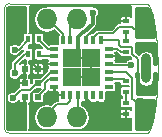
<source format=gbl>
G04 #@! TF.FileFunction,Copper,L2,Bot,Signal*
%FSLAX46Y46*%
G04 Gerber Fmt 4.6, Leading zero omitted, Abs format (unit mm)*
G04 Created by KiCad (PCBNEW 4.0.2+e4-6225~38~ubuntu14.04.1-stable) date Wed Aug  3 13:30:16 2016*
%MOMM*%
G01*
G04 APERTURE LIST*
%ADD10C,0.350000*%
%ADD11C,0.050000*%
%ADD12R,1.727200X2.032000*%
%ADD13O,1.727200X1.727200*%
%ADD14R,0.600000X0.400000*%
%ADD15R,0.600000X0.500000*%
%ADD16R,0.400000X0.600000*%
%ADD17R,0.750000X0.300000*%
%ADD18R,0.300000X0.750000*%
%ADD19R,1.600000X1.600000*%
%ADD20C,0.600000*%
%ADD21C,0.300000*%
%ADD22C,0.152400*%
%ADD23C,0.254000*%
%ADD24C,0.300000*%
%ADD25O,0.799999X2.499999*%
G04 APERTURE END LIST*
D10*
D11*
X17450000Y-18000000D02*
G75*
G03X17000000Y-18470000I10000J-460000D01*
G01*
X17000000Y-28550000D02*
G75*
G03X17470000Y-29000000I460000J10000D01*
G01*
X17000000Y-18480000D02*
X17000000Y-28530000D01*
X29000000Y-18000000D02*
X17460000Y-18000000D01*
X17460000Y-29000000D02*
X29000000Y-29000000D01*
X30000000Y-23500000D02*
X30000000Y-23370000D01*
X30000000Y-23370000D02*
X30000000Y-23230000D01*
X30000000Y-23230000D02*
X30000000Y-23100000D01*
X30000000Y-23100000D02*
X30000000Y-22960000D01*
X30000000Y-22960000D02*
X29990000Y-22830000D01*
X29990000Y-22830000D02*
X29990000Y-22690000D01*
X29990000Y-22690000D02*
X29990000Y-22560000D01*
X29990000Y-22560000D02*
X29980000Y-22430000D01*
X29980000Y-22430000D02*
X29980000Y-22290000D01*
X29980000Y-22290000D02*
X29970000Y-22160000D01*
X29970000Y-22160000D02*
X29960000Y-22030000D01*
X29960000Y-22030000D02*
X29960000Y-21900000D01*
X29960000Y-21900000D02*
X29950000Y-21770000D01*
X29950000Y-21770000D02*
X29940000Y-21650000D01*
X29940000Y-21650000D02*
X29930000Y-21520000D01*
X29930000Y-21520000D02*
X29920000Y-21400000D01*
X29920000Y-21400000D02*
X29910000Y-21270000D01*
X29910000Y-21270000D02*
X29900000Y-21150000D01*
X29900000Y-21150000D02*
X29890000Y-21030000D01*
X29890000Y-21030000D02*
X29880000Y-20910000D01*
X29880000Y-20910000D02*
X29870000Y-20790000D01*
X29870000Y-20790000D02*
X29860000Y-20670000D01*
X29860000Y-20670000D02*
X29840000Y-20560000D01*
X29840000Y-20560000D02*
X29830000Y-20440000D01*
X29830000Y-20440000D02*
X29820000Y-20330000D01*
X29820000Y-20330000D02*
X29800000Y-20220000D01*
X29800000Y-20220000D02*
X29790000Y-20120000D01*
X29790000Y-20120000D02*
X29770000Y-20010000D01*
X29770000Y-20010000D02*
X29760000Y-19910000D01*
X29760000Y-19910000D02*
X29740000Y-19810000D01*
X29740000Y-19810000D02*
X29720000Y-19710000D01*
X29720000Y-19710000D02*
X29710000Y-19610000D01*
X29710000Y-19610000D02*
X29690000Y-19520000D01*
X29690000Y-19520000D02*
X29670000Y-19420000D01*
X29670000Y-19420000D02*
X29650000Y-19340000D01*
X29650000Y-19340000D02*
X29630000Y-19250000D01*
X29630000Y-19250000D02*
X29620000Y-19160000D01*
X29620000Y-19160000D02*
X29600000Y-19080000D01*
X29600000Y-19080000D02*
X29580000Y-19000000D01*
X29580000Y-19000000D02*
X29560000Y-18930000D01*
X29560000Y-18930000D02*
X29530000Y-18850000D01*
X29530000Y-18850000D02*
X29510000Y-18780000D01*
X29510000Y-18780000D02*
X29490000Y-18710000D01*
X29490000Y-18710000D02*
X29470000Y-18650000D01*
X29470000Y-18650000D02*
X29450000Y-18590000D01*
X29450000Y-18590000D02*
X29430000Y-18530000D01*
X29430000Y-18530000D02*
X29410000Y-18470000D01*
X29410000Y-18470000D02*
X29380000Y-18420000D01*
X29380000Y-18420000D02*
X29360000Y-18370000D01*
X29360000Y-18370000D02*
X29340000Y-18320000D01*
X29340000Y-18320000D02*
X29310000Y-18280000D01*
X29310000Y-18280000D02*
X29290000Y-18240000D01*
X29290000Y-18240000D02*
X29270000Y-18200000D01*
X29270000Y-18200000D02*
X29240000Y-18160000D01*
X29240000Y-18160000D02*
X29220000Y-18130000D01*
X29220000Y-18130000D02*
X29200000Y-18110000D01*
X29200000Y-18110000D02*
X29170000Y-18080000D01*
X29170000Y-18080000D02*
X29150000Y-18060000D01*
X29150000Y-18060000D02*
X29120000Y-18040000D01*
X29120000Y-18040000D02*
X29100000Y-18030000D01*
X29100000Y-18030000D02*
X29070000Y-18010000D01*
X29070000Y-18010000D02*
X29050000Y-18010000D01*
X29050000Y-18010000D02*
X29020000Y-18000000D01*
X29020000Y-18000000D02*
X29000000Y-18000000D01*
X29000000Y-29000000D02*
X29020000Y-29000000D01*
X29020000Y-29000000D02*
X29050000Y-28990000D01*
X29050000Y-28990000D02*
X29070000Y-28990000D01*
X29070000Y-28990000D02*
X29100000Y-28970000D01*
X29100000Y-28970000D02*
X29120000Y-28960000D01*
X29120000Y-28960000D02*
X29150000Y-28940000D01*
X29150000Y-28940000D02*
X29170000Y-28920000D01*
X29170000Y-28920000D02*
X29200000Y-28890000D01*
X29200000Y-28890000D02*
X29220000Y-28870000D01*
X29220000Y-28870000D02*
X29240000Y-28840000D01*
X29240000Y-28840000D02*
X29270000Y-28800000D01*
X29270000Y-28800000D02*
X29290000Y-28760000D01*
X29290000Y-28760000D02*
X29310000Y-28720000D01*
X29310000Y-28720000D02*
X29340000Y-28680000D01*
X29340000Y-28680000D02*
X29360000Y-28630000D01*
X29360000Y-28630000D02*
X29380000Y-28580000D01*
X29380000Y-28580000D02*
X29410000Y-28530000D01*
X29410000Y-28530000D02*
X29430000Y-28470000D01*
X29430000Y-28470000D02*
X29450000Y-28410000D01*
X29450000Y-28410000D02*
X29470000Y-28350000D01*
X29470000Y-28350000D02*
X29490000Y-28290000D01*
X29490000Y-28290000D02*
X29510000Y-28220000D01*
X29510000Y-28220000D02*
X29530000Y-28150000D01*
X29530000Y-28150000D02*
X29560000Y-28070000D01*
X29560000Y-28070000D02*
X29580000Y-28000000D01*
X29580000Y-28000000D02*
X29600000Y-27920000D01*
X29600000Y-27920000D02*
X29620000Y-27840000D01*
X29620000Y-27840000D02*
X29630000Y-27750000D01*
X29630000Y-27750000D02*
X29650000Y-27660000D01*
X29650000Y-27660000D02*
X29670000Y-27580000D01*
X29670000Y-27580000D02*
X29690000Y-27480000D01*
X29690000Y-27480000D02*
X29710000Y-27390000D01*
X29710000Y-27390000D02*
X29720000Y-27290000D01*
X29720000Y-27290000D02*
X29740000Y-27190000D01*
X29740000Y-27190000D02*
X29760000Y-27090000D01*
X29760000Y-27090000D02*
X29770000Y-26990000D01*
X29770000Y-26990000D02*
X29790000Y-26880000D01*
X29790000Y-26880000D02*
X29800000Y-26780000D01*
X29800000Y-26780000D02*
X29820000Y-26670000D01*
X29820000Y-26670000D02*
X29830000Y-26560000D01*
X29830000Y-26560000D02*
X29840000Y-26440000D01*
X29840000Y-26440000D02*
X29860000Y-26330000D01*
X29860000Y-26330000D02*
X29870000Y-26210000D01*
X29870000Y-26210000D02*
X29880000Y-26090000D01*
X29880000Y-26090000D02*
X29890000Y-25970000D01*
X29890000Y-25970000D02*
X29900000Y-25850000D01*
X29900000Y-25850000D02*
X29910000Y-25730000D01*
X29910000Y-25730000D02*
X29920000Y-25600000D01*
X29920000Y-25600000D02*
X29930000Y-25480000D01*
X29930000Y-25480000D02*
X29940000Y-25350000D01*
X29940000Y-25350000D02*
X29950000Y-25230000D01*
X29950000Y-25230000D02*
X29960000Y-25100000D01*
X29960000Y-25100000D02*
X29960000Y-24970000D01*
X29960000Y-24970000D02*
X29970000Y-24840000D01*
X29970000Y-24840000D02*
X29980000Y-24710000D01*
X29980000Y-24710000D02*
X29980000Y-24570000D01*
X29980000Y-24570000D02*
X29990000Y-24440000D01*
X29990000Y-24440000D02*
X29990000Y-24310000D01*
X29990000Y-24310000D02*
X29990000Y-24170000D01*
X29990000Y-24170000D02*
X30000000Y-24040000D01*
X30000000Y-24040000D02*
X30000000Y-23900000D01*
X30000000Y-23900000D02*
X30000000Y-23770000D01*
X30000000Y-23770000D02*
X30000000Y-23630000D01*
X30000000Y-23630000D02*
X30000000Y-23500000D01*
D12*
X18060000Y-27650000D03*
D13*
X20600000Y-27650000D03*
X23140000Y-27650000D03*
X25680000Y-27650000D03*
D14*
X27300000Y-25450000D03*
X27300000Y-24550000D03*
X27300000Y-20410000D03*
X27300000Y-19510000D03*
D15*
X18775000Y-25950000D03*
X19875000Y-25950000D03*
X19875000Y-23550000D03*
X18775000Y-23550000D03*
X19875000Y-24750000D03*
X18775000Y-24750000D03*
D14*
X27300000Y-26450000D03*
X27300000Y-27350000D03*
X27300000Y-22100000D03*
X27300000Y-21200000D03*
D16*
X19050000Y-22300000D03*
X19950000Y-22300000D03*
X19050000Y-21000000D03*
X19950000Y-21000000D03*
D12*
X18070000Y-19350000D03*
D13*
X20610000Y-19350000D03*
X23150000Y-19350000D03*
X25690000Y-19350000D03*
D17*
X25900000Y-21825000D03*
X25900000Y-22475000D03*
X25900000Y-23125000D03*
X25900000Y-23775000D03*
X25900000Y-24425000D03*
X25900000Y-25075000D03*
D18*
X25200000Y-25775000D03*
X24550000Y-25775000D03*
X23900000Y-25775000D03*
X23250000Y-25775000D03*
X22600000Y-25775000D03*
X21950000Y-25775000D03*
D17*
X21250000Y-25075000D03*
X21250000Y-24425000D03*
X21250000Y-23775000D03*
X21250000Y-23125000D03*
X21250000Y-22475000D03*
X21250000Y-21825000D03*
D18*
X21950000Y-21125000D03*
X22600000Y-21125000D03*
X23250000Y-21125000D03*
X23900000Y-21125000D03*
X24550000Y-21125000D03*
X25200000Y-21125000D03*
D19*
X22775000Y-24250000D03*
X22775000Y-22650000D03*
X24375000Y-24250000D03*
X24375000Y-22650000D03*
D14*
X28500000Y-20550000D03*
X28500000Y-21450000D03*
X28500000Y-25300000D03*
X28500000Y-26200000D03*
D20*
X24490000Y-18770000D03*
X17750010Y-21000000D03*
X27260000Y-28410000D03*
X27300000Y-18710000D03*
X26740000Y-22690000D03*
X17750000Y-26000000D03*
X17900000Y-21925000D03*
X17900000Y-23925000D03*
X27730000Y-23220000D03*
X28500000Y-21790000D03*
X28300000Y-26500000D03*
X28300000Y-20450000D03*
X28500000Y-25230000D03*
D21*
X24490000Y-18770000D02*
X24490000Y-19710000D01*
X24490000Y-19710000D02*
X23790000Y-20410000D01*
X23790000Y-20410000D02*
X23640000Y-20410000D01*
X23640000Y-20410000D02*
X23250000Y-20800000D01*
X23250000Y-20800000D02*
X23250000Y-21125000D01*
X23250000Y-21125000D02*
X23250000Y-22175000D01*
D22*
X23250000Y-22175000D02*
X22775000Y-22650000D01*
X18700000Y-23550000D02*
X18700000Y-24750000D01*
X18700000Y-24750000D02*
X17400000Y-24750000D01*
X17400000Y-24750000D02*
X17220000Y-24930000D01*
X17220000Y-24930000D02*
X17220000Y-26370000D01*
X17220000Y-26370000D02*
X17400000Y-26550000D01*
X17400000Y-26550000D02*
X17400000Y-28500000D01*
X17260000Y-24900000D02*
X17300000Y-24860000D01*
X17300000Y-24860000D02*
X17300000Y-21450010D01*
X17300000Y-21450010D02*
X17450011Y-21299999D01*
X17450011Y-21299999D02*
X17750010Y-21000000D01*
X24375000Y-24250000D02*
X22775000Y-24250000D01*
X24375000Y-22650000D02*
X24375000Y-24250000D01*
X22775000Y-22650000D02*
X24375000Y-22650000D01*
X23230000Y-22195000D02*
X22775000Y-22650000D01*
X17960000Y-27650000D02*
X17960000Y-27497600D01*
X18700000Y-25950000D02*
X18700000Y-27160000D01*
X18700000Y-27160000D02*
X17960000Y-27900000D01*
X19875000Y-23550000D02*
X19510000Y-23185000D01*
X19510000Y-23185000D02*
X19510000Y-20010000D01*
X19510000Y-20010000D02*
X19170000Y-19670000D01*
X26790000Y-18250000D02*
X25690000Y-19350000D01*
X19170000Y-19670000D02*
X19170000Y-18240000D01*
X19170000Y-18240000D02*
X27760000Y-18240000D01*
X27760000Y-18240000D02*
X27770000Y-18250000D01*
X27770000Y-18250000D02*
X26790000Y-18250000D01*
X25680000Y-27650000D02*
X26770000Y-28740000D01*
X27070000Y-28740000D02*
X27060000Y-28750000D01*
X26770000Y-28740000D02*
X27070000Y-28740000D01*
X27060000Y-28750000D02*
X19140000Y-28750000D01*
X19370000Y-27140000D02*
X20000000Y-26510000D01*
X20000000Y-26510000D02*
X20850000Y-26510000D01*
X21270000Y-26090000D02*
X21270000Y-25770000D01*
X19140000Y-28750000D02*
X19370000Y-28520000D01*
X19370000Y-28520000D02*
X19370000Y-27140000D01*
X20850000Y-26510000D02*
X21270000Y-26090000D01*
X23900000Y-21125000D02*
X23900000Y-20850000D01*
X23900000Y-20850000D02*
X25400000Y-19350000D01*
X25400000Y-19350000D02*
X25690000Y-19350000D01*
X27260000Y-28410000D02*
X27050000Y-28200000D01*
X27050000Y-28200000D02*
X26100000Y-28200000D01*
X26100000Y-28200000D02*
X23900000Y-26000000D01*
X27260000Y-28410000D02*
X27300000Y-28370000D01*
X27300000Y-28370000D02*
X27300000Y-27350000D01*
X27300000Y-18710000D02*
X26330000Y-18710000D01*
X26330000Y-18710000D02*
X25690000Y-19350000D01*
X21270000Y-25770000D02*
X21270000Y-25095000D01*
X21270000Y-25095000D02*
X21250000Y-25075000D01*
X21945000Y-25770000D02*
X21950000Y-25775000D01*
X21270000Y-25770000D02*
X21945000Y-25770000D01*
X20675000Y-23125000D02*
X21250000Y-23125000D01*
X25900000Y-22475000D02*
X26525000Y-22475000D01*
X26525000Y-22475000D02*
X26740000Y-22690000D01*
X19800000Y-23550000D02*
X20250000Y-23550000D01*
X20250000Y-23550000D02*
X20675000Y-23125000D01*
X23900000Y-25898400D02*
X23900000Y-25775000D01*
X21250000Y-23775000D02*
X20975000Y-23775000D01*
X20975000Y-23775000D02*
X20000000Y-24750000D01*
X20000000Y-24750000D02*
X19800000Y-24750000D01*
X18049999Y-25700001D02*
X17750000Y-26000000D01*
X19150000Y-25350000D02*
X18400000Y-25350000D01*
X19750000Y-24750000D02*
X19150000Y-25350000D01*
X19800000Y-24750000D02*
X19750000Y-24750000D01*
X18400000Y-25350000D02*
X18049999Y-25700001D01*
X19900000Y-24900000D02*
X19850000Y-24900000D01*
X27300000Y-20410000D02*
X27300000Y-21200000D01*
X27300000Y-25450000D02*
X27300000Y-26450000D01*
X22600000Y-21125000D02*
X22600000Y-19725000D01*
X22600000Y-19725000D02*
X23075000Y-19250000D01*
X20535000Y-19250000D02*
X20650000Y-19250000D01*
X20650000Y-19250000D02*
X21950000Y-20550000D01*
X21950000Y-20550000D02*
X21950000Y-20648400D01*
X21950000Y-20648400D02*
X21950000Y-21125000D01*
X18225000Y-21925000D02*
X17900000Y-21925000D01*
X19050000Y-21100000D02*
X18225000Y-21925000D01*
X19050000Y-21000000D02*
X19050000Y-21100000D01*
X19050000Y-22300000D02*
X18725000Y-22300000D01*
X18725000Y-22300000D02*
X17900000Y-23125000D01*
X17900000Y-23125000D02*
X17900000Y-23925000D01*
X17900000Y-23123000D02*
X17900000Y-23925000D01*
X21250000Y-24425000D02*
X20825000Y-24425000D01*
X20825000Y-24425000D02*
X20500000Y-24750000D01*
X20500000Y-24750000D02*
X20500000Y-25250000D01*
X20500000Y-25250000D02*
X19800000Y-25950000D01*
X26870000Y-22100000D02*
X26595000Y-21825000D01*
X26595000Y-21825000D02*
X25900000Y-21825000D01*
X27300000Y-22100000D02*
X26870000Y-22100000D01*
X26125000Y-21825000D02*
X25900000Y-21825000D01*
X25900000Y-24425000D02*
X27175000Y-24425000D01*
X27175000Y-24425000D02*
X27300000Y-24550000D01*
X21250000Y-21825000D02*
X20675000Y-21825000D01*
X20675000Y-21825000D02*
X19950000Y-21100000D01*
X19950000Y-21100000D02*
X19950000Y-21000000D01*
X21250000Y-21825000D02*
X20925000Y-21825000D01*
X21250000Y-22475000D02*
X20125000Y-22475000D01*
X20125000Y-22475000D02*
X19950000Y-22300000D01*
X27730000Y-23220000D02*
X27727915Y-23222085D01*
X27727915Y-23222085D02*
X26022085Y-23222085D01*
X26022085Y-23222085D02*
X25900000Y-23100000D01*
X28500000Y-21790000D02*
X28500000Y-21500000D01*
X25900000Y-23775000D02*
X27350000Y-23775000D01*
X27350000Y-23775000D02*
X27850000Y-24275000D01*
X27850000Y-24275000D02*
X27850000Y-26050000D01*
X27850000Y-26050000D02*
X28000001Y-26200001D01*
X28000001Y-26200001D02*
X28300000Y-26500000D01*
X28750000Y-26500000D02*
X28724264Y-26500000D01*
X28724264Y-26500000D02*
X28300000Y-26500000D01*
X29000000Y-26250000D02*
X28750000Y-26500000D01*
X24550000Y-21125000D02*
X24550000Y-20900000D01*
X24550000Y-20900000D02*
X24940000Y-20510000D01*
X24940000Y-20510000D02*
X26215000Y-20510000D01*
X26215000Y-20510000D02*
X26765000Y-19960000D01*
X26765000Y-19960000D02*
X27810000Y-19960000D01*
X27810000Y-19960000D02*
X28300000Y-20450000D01*
X28125000Y-20300000D02*
X28275000Y-20450000D01*
X28275000Y-20450000D02*
X28300000Y-20450000D01*
X28425000Y-20575000D02*
X28300000Y-20450000D01*
X28649264Y-20575000D02*
X28425000Y-20575000D01*
X29150000Y-20500000D02*
X29075000Y-20575000D01*
X29075000Y-20575000D02*
X28649264Y-20575000D01*
X29150000Y-20600000D02*
X29125000Y-20575000D01*
X29125000Y-20575000D02*
X28649264Y-20575000D01*
X26675000Y-21125000D02*
X25200000Y-21125000D01*
X28500000Y-25230000D02*
X28320000Y-25050000D01*
X28320000Y-25050000D02*
X28320000Y-22730000D01*
X28320000Y-22730000D02*
X27830000Y-22240000D01*
X27830000Y-22240000D02*
X27830000Y-21740000D01*
X27830000Y-21740000D02*
X27740000Y-21650000D01*
X27740000Y-21650000D02*
X26900000Y-21650000D01*
X26900000Y-21650000D02*
X26750000Y-21500000D01*
X26750000Y-21500000D02*
X26750000Y-21200000D01*
X26750000Y-21200000D02*
X26675000Y-21125000D01*
X28500000Y-25230000D02*
X28520000Y-25250000D01*
X28520000Y-25250000D02*
X29050000Y-25250000D01*
X29050000Y-25250000D02*
X29150000Y-25350000D01*
X22600000Y-25775000D02*
X22600000Y-26251600D01*
X22600000Y-26251600D02*
X22319200Y-26532400D01*
X22319200Y-26532400D02*
X21465200Y-26532400D01*
X21465200Y-26532400D02*
X20500000Y-27497600D01*
X20500000Y-27497600D02*
X20500000Y-27650000D01*
X20500000Y-27802400D02*
X20500000Y-27650000D01*
X20500000Y-27747600D02*
X20500000Y-27900000D01*
X23250000Y-25775000D02*
X23250000Y-27440000D01*
X23250000Y-27440000D02*
X23040000Y-27650000D01*
G36*
X18775050Y-25949950D02*
X18795050Y-25949950D01*
X18795050Y-25950050D01*
X18775050Y-25950050D01*
X18775050Y-26371450D01*
X18821400Y-26417800D01*
X18821400Y-28746400D01*
X17492200Y-28746400D01*
X17386938Y-28727831D01*
X17320620Y-28685574D01*
X17275521Y-28621154D01*
X17253600Y-28522237D01*
X17253600Y-26182837D01*
X17301613Y-26299037D01*
X17450181Y-26447864D01*
X17644394Y-26528508D01*
X17854684Y-26528692D01*
X18049037Y-26448387D01*
X18197864Y-26299819D01*
X18246400Y-26182931D01*
X18246400Y-26245472D01*
X18281203Y-26329492D01*
X18345509Y-26393798D01*
X18429529Y-26428600D01*
X18717800Y-26428600D01*
X18774950Y-26371450D01*
X18774950Y-25950050D01*
X18754950Y-25950050D01*
X18754950Y-25949950D01*
X18774950Y-25949950D01*
X18774950Y-25929950D01*
X18775050Y-25929950D01*
X18775050Y-25949950D01*
X18775050Y-25949950D01*
G37*
X18775050Y-25949950D02*
X18795050Y-25949950D01*
X18795050Y-25950050D01*
X18775050Y-25950050D01*
X18775050Y-26371450D01*
X18821400Y-26417800D01*
X18821400Y-28746400D01*
X17492200Y-28746400D01*
X17386938Y-28727831D01*
X17320620Y-28685574D01*
X17275521Y-28621154D01*
X17253600Y-28522237D01*
X17253600Y-26182837D01*
X17301613Y-26299037D01*
X17450181Y-26447864D01*
X17644394Y-26528508D01*
X17854684Y-26528692D01*
X18049037Y-26448387D01*
X18197864Y-26299819D01*
X18246400Y-26182931D01*
X18246400Y-26245472D01*
X18281203Y-26329492D01*
X18345509Y-26393798D01*
X18429529Y-26428600D01*
X18717800Y-26428600D01*
X18774950Y-26371450D01*
X18774950Y-25950050D01*
X18754950Y-25950050D01*
X18754950Y-25949950D01*
X18774950Y-25949950D01*
X18774950Y-25929950D01*
X18775050Y-25929950D01*
X18775050Y-25949950D01*
G36*
X18821400Y-20472303D02*
X18765286Y-20482862D01*
X18687482Y-20532928D01*
X18635285Y-20609320D01*
X18616922Y-20700000D01*
X18616922Y-21102026D01*
X18220797Y-21498151D01*
X18199819Y-21477136D01*
X18005606Y-21396492D01*
X17795316Y-21396308D01*
X17600963Y-21476613D01*
X17452136Y-21625181D01*
X17371492Y-21819394D01*
X17371308Y-22029684D01*
X17451613Y-22224037D01*
X17600181Y-22372864D01*
X17794394Y-22453508D01*
X18004684Y-22453692D01*
X18199037Y-22373387D01*
X18347864Y-22224819D01*
X18360724Y-22193848D01*
X18440526Y-22140526D01*
X18626030Y-21955022D01*
X18616922Y-22000000D01*
X18616922Y-22016698D01*
X18608358Y-22018402D01*
X18509474Y-22084474D01*
X17690501Y-22903447D01*
X17684474Y-22907474D01*
X17618402Y-23006358D01*
X17595200Y-23123000D01*
X17595200Y-23482366D01*
X17452136Y-23625181D01*
X17371492Y-23819394D01*
X17371308Y-24029684D01*
X17451613Y-24224037D01*
X17600181Y-24372864D01*
X17794394Y-24453508D01*
X18004684Y-24453692D01*
X18199037Y-24373387D01*
X18347864Y-24224819D01*
X18428508Y-24030606D01*
X18428510Y-24028178D01*
X18429529Y-24028600D01*
X18717800Y-24028600D01*
X18774950Y-23971450D01*
X18774950Y-23550050D01*
X18754950Y-23550050D01*
X18754950Y-23549950D01*
X18774950Y-23549950D01*
X18774950Y-23128550D01*
X18717800Y-23071400D01*
X18429529Y-23071400D01*
X18352920Y-23103132D01*
X18689229Y-22766823D01*
X18759320Y-22814715D01*
X18821400Y-22827286D01*
X18821400Y-23082200D01*
X18775050Y-23128550D01*
X18775050Y-23549950D01*
X18795050Y-23549950D01*
X18795050Y-23550050D01*
X18775050Y-23550050D01*
X18775050Y-23971450D01*
X18821400Y-24017800D01*
X18821400Y-24282200D01*
X18775050Y-24328550D01*
X18775050Y-24749950D01*
X18795050Y-24749950D01*
X18795050Y-24750050D01*
X18775050Y-24750050D01*
X18775050Y-24770050D01*
X18774950Y-24770050D01*
X18774950Y-24750050D01*
X18303550Y-24750050D01*
X18246400Y-24807200D01*
X18246400Y-25045472D01*
X18261851Y-25082773D01*
X18184474Y-25134474D01*
X17847463Y-25471485D01*
X17645316Y-25471308D01*
X17450963Y-25551613D01*
X17302136Y-25700181D01*
X17253600Y-25817069D01*
X17253600Y-24454528D01*
X18246400Y-24454528D01*
X18246400Y-24692800D01*
X18303550Y-24749950D01*
X18774950Y-24749950D01*
X18774950Y-24328550D01*
X18717800Y-24271400D01*
X18429529Y-24271400D01*
X18345509Y-24306202D01*
X18281203Y-24370508D01*
X18246400Y-24454528D01*
X17253600Y-24454528D01*
X17253600Y-18492200D01*
X17272169Y-18386938D01*
X17314426Y-18320620D01*
X17378846Y-18275521D01*
X17477762Y-18253600D01*
X18821400Y-18253600D01*
X18821400Y-20472303D01*
X18821400Y-20472303D01*
G37*
X18821400Y-20472303D02*
X18765286Y-20482862D01*
X18687482Y-20532928D01*
X18635285Y-20609320D01*
X18616922Y-20700000D01*
X18616922Y-21102026D01*
X18220797Y-21498151D01*
X18199819Y-21477136D01*
X18005606Y-21396492D01*
X17795316Y-21396308D01*
X17600963Y-21476613D01*
X17452136Y-21625181D01*
X17371492Y-21819394D01*
X17371308Y-22029684D01*
X17451613Y-22224037D01*
X17600181Y-22372864D01*
X17794394Y-22453508D01*
X18004684Y-22453692D01*
X18199037Y-22373387D01*
X18347864Y-22224819D01*
X18360724Y-22193848D01*
X18440526Y-22140526D01*
X18626030Y-21955022D01*
X18616922Y-22000000D01*
X18616922Y-22016698D01*
X18608358Y-22018402D01*
X18509474Y-22084474D01*
X17690501Y-22903447D01*
X17684474Y-22907474D01*
X17618402Y-23006358D01*
X17595200Y-23123000D01*
X17595200Y-23482366D01*
X17452136Y-23625181D01*
X17371492Y-23819394D01*
X17371308Y-24029684D01*
X17451613Y-24224037D01*
X17600181Y-24372864D01*
X17794394Y-24453508D01*
X18004684Y-24453692D01*
X18199037Y-24373387D01*
X18347864Y-24224819D01*
X18428508Y-24030606D01*
X18428510Y-24028178D01*
X18429529Y-24028600D01*
X18717800Y-24028600D01*
X18774950Y-23971450D01*
X18774950Y-23550050D01*
X18754950Y-23550050D01*
X18754950Y-23549950D01*
X18774950Y-23549950D01*
X18774950Y-23128550D01*
X18717800Y-23071400D01*
X18429529Y-23071400D01*
X18352920Y-23103132D01*
X18689229Y-22766823D01*
X18759320Y-22814715D01*
X18821400Y-22827286D01*
X18821400Y-23082200D01*
X18775050Y-23128550D01*
X18775050Y-23549950D01*
X18795050Y-23549950D01*
X18795050Y-23550050D01*
X18775050Y-23550050D01*
X18775050Y-23971450D01*
X18821400Y-24017800D01*
X18821400Y-24282200D01*
X18775050Y-24328550D01*
X18775050Y-24749950D01*
X18795050Y-24749950D01*
X18795050Y-24750050D01*
X18775050Y-24750050D01*
X18775050Y-24770050D01*
X18774950Y-24770050D01*
X18774950Y-24750050D01*
X18303550Y-24750050D01*
X18246400Y-24807200D01*
X18246400Y-25045472D01*
X18261851Y-25082773D01*
X18184474Y-25134474D01*
X17847463Y-25471485D01*
X17645316Y-25471308D01*
X17450963Y-25551613D01*
X17302136Y-25700181D01*
X17253600Y-25817069D01*
X17253600Y-24454528D01*
X18246400Y-24454528D01*
X18246400Y-24692800D01*
X18303550Y-24749950D01*
X18774950Y-24749950D01*
X18774950Y-24328550D01*
X18717800Y-24271400D01*
X18429529Y-24271400D01*
X18345509Y-24306202D01*
X18281203Y-24370508D01*
X18246400Y-24454528D01*
X17253600Y-24454528D01*
X17253600Y-18492200D01*
X17272169Y-18386938D01*
X17314426Y-18320620D01*
X17378846Y-18275521D01*
X17477762Y-18253600D01*
X18821400Y-18253600D01*
X18821400Y-20472303D01*
D23*
G36*
X29206339Y-18395118D02*
X29218872Y-18426451D01*
X29238872Y-18476452D01*
X29245538Y-18486697D01*
X29249661Y-18498203D01*
X29271076Y-18533896D01*
X29285800Y-18578067D01*
X29344754Y-18754929D01*
X29383848Y-18891758D01*
X29386677Y-18897264D01*
X29387678Y-18903371D01*
X29415528Y-18977637D01*
X29433154Y-19039329D01*
X29452538Y-19116865D01*
X29470059Y-19186951D01*
X29478930Y-19266786D01*
X29481435Y-19274687D01*
X29481620Y-19282973D01*
X29501619Y-19372973D01*
X29502439Y-19374834D01*
X29502538Y-19376865D01*
X29521663Y-19453365D01*
X29540952Y-19549809D01*
X29541583Y-19551329D01*
X29541620Y-19552973D01*
X29559655Y-19634134D01*
X29568754Y-19725125D01*
X29570944Y-19732306D01*
X29570952Y-19739810D01*
X29590952Y-19839809D01*
X29590952Y-19839810D01*
X29609493Y-19932513D01*
X29618754Y-20025125D01*
X29620554Y-20031026D01*
X29620452Y-20037191D01*
X29639360Y-20141183D01*
X29648754Y-20235125D01*
X29650554Y-20241026D01*
X29650452Y-20247191D01*
X29669238Y-20350511D01*
X29678575Y-20453223D01*
X29688525Y-20572623D01*
X29690574Y-20579764D01*
X29690452Y-20587191D01*
X29709136Y-20689950D01*
X29718525Y-20802623D01*
X29724390Y-20873000D01*
X28127000Y-20873000D01*
X28127000Y-18377000D01*
X29192750Y-18377000D01*
X29206339Y-18395118D01*
X29206339Y-18395118D01*
G37*
X29206339Y-18395118D02*
X29218872Y-18426451D01*
X29238872Y-18476452D01*
X29245538Y-18486697D01*
X29249661Y-18498203D01*
X29271076Y-18533896D01*
X29285800Y-18578067D01*
X29344754Y-18754929D01*
X29383848Y-18891758D01*
X29386677Y-18897264D01*
X29387678Y-18903371D01*
X29415528Y-18977637D01*
X29433154Y-19039329D01*
X29452538Y-19116865D01*
X29470059Y-19186951D01*
X29478930Y-19266786D01*
X29481435Y-19274687D01*
X29481620Y-19282973D01*
X29501619Y-19372973D01*
X29502439Y-19374834D01*
X29502538Y-19376865D01*
X29521663Y-19453365D01*
X29540952Y-19549809D01*
X29541583Y-19551329D01*
X29541620Y-19552973D01*
X29559655Y-19634134D01*
X29568754Y-19725125D01*
X29570944Y-19732306D01*
X29570952Y-19739810D01*
X29590952Y-19839809D01*
X29590952Y-19839810D01*
X29609493Y-19932513D01*
X29618754Y-20025125D01*
X29620554Y-20031026D01*
X29620452Y-20037191D01*
X29639360Y-20141183D01*
X29648754Y-20235125D01*
X29650554Y-20241026D01*
X29650452Y-20247191D01*
X29669238Y-20350511D01*
X29678575Y-20453223D01*
X29688525Y-20572623D01*
X29690574Y-20579764D01*
X29690452Y-20587191D01*
X29709136Y-20689950D01*
X29718525Y-20802623D01*
X29724390Y-20873000D01*
X28127000Y-20873000D01*
X28127000Y-18377000D01*
X29192750Y-18377000D01*
X29206339Y-18395118D01*
G36*
X29768448Y-21411658D02*
X29768581Y-21412132D01*
X29768525Y-21412623D01*
X29778489Y-21532191D01*
X29788448Y-21661658D01*
X29788581Y-21662132D01*
X29788525Y-21662623D01*
X29798489Y-21782191D01*
X29808000Y-21905834D01*
X29808000Y-22030000D01*
X29809152Y-22035794D01*
X29808448Y-22041658D01*
X29828000Y-22295834D01*
X29828000Y-22430000D01*
X29829152Y-22435794D01*
X29828448Y-22441658D01*
X29838000Y-22565834D01*
X29838000Y-22830000D01*
X29839152Y-22835794D01*
X29838448Y-22841658D01*
X29848000Y-22965834D01*
X29848000Y-23123000D01*
X29679400Y-23123000D01*
X29679400Y-22620037D01*
X29627684Y-22360042D01*
X29480408Y-22139629D01*
X29259995Y-21992353D01*
X29000000Y-21940637D01*
X28740005Y-21992353D01*
X28519592Y-22139629D01*
X28404608Y-22311714D01*
X28185600Y-22092706D01*
X28185600Y-21740000D01*
X28170209Y-21662623D01*
X28158532Y-21603917D01*
X28127000Y-21556727D01*
X28127000Y-21377000D01*
X29765782Y-21377000D01*
X29768448Y-21411658D01*
X29768448Y-21411658D01*
G37*
X29768448Y-21411658D02*
X29768581Y-21412132D01*
X29768525Y-21412623D01*
X29778489Y-21532191D01*
X29788448Y-21661658D01*
X29788581Y-21662132D01*
X29788525Y-21662623D01*
X29798489Y-21782191D01*
X29808000Y-21905834D01*
X29808000Y-22030000D01*
X29809152Y-22035794D01*
X29808448Y-22041658D01*
X29828000Y-22295834D01*
X29828000Y-22430000D01*
X29829152Y-22435794D01*
X29828448Y-22441658D01*
X29838000Y-22565834D01*
X29838000Y-22830000D01*
X29839152Y-22835794D01*
X29838448Y-22841658D01*
X29848000Y-22965834D01*
X29848000Y-23123000D01*
X29679400Y-23123000D01*
X29679400Y-22620037D01*
X29627684Y-22360042D01*
X29480408Y-22139629D01*
X29259995Y-21992353D01*
X29000000Y-21940637D01*
X28740005Y-21992353D01*
X28519592Y-22139629D01*
X28404608Y-22311714D01*
X28185600Y-22092706D01*
X28185600Y-21740000D01*
X28170209Y-21662623D01*
X28158532Y-21603917D01*
X28127000Y-21556727D01*
X28127000Y-21377000D01*
X29765782Y-21377000D01*
X29768448Y-21411658D01*
G36*
X28320600Y-24379963D02*
X28372316Y-24639958D01*
X28519592Y-24860371D01*
X28740005Y-25007647D01*
X29000000Y-25059363D01*
X29259995Y-25007647D01*
X29480408Y-24860371D01*
X29627684Y-24639958D01*
X29679400Y-24379963D01*
X29679400Y-23877000D01*
X29848000Y-23877000D01*
X29848000Y-24034166D01*
X29838448Y-24158342D01*
X29839152Y-24164206D01*
X29838000Y-24170000D01*
X29838000Y-24434166D01*
X29828448Y-24558342D01*
X29829152Y-24564206D01*
X29828000Y-24570000D01*
X29828000Y-24704166D01*
X29808448Y-24958342D01*
X29809152Y-24964206D01*
X29808000Y-24970000D01*
X29808000Y-25094166D01*
X29798489Y-25217809D01*
X29788525Y-25337377D01*
X29788581Y-25337868D01*
X29788448Y-25338342D01*
X29778489Y-25467809D01*
X29768525Y-25587377D01*
X29768581Y-25587868D01*
X29768448Y-25588342D01*
X29765782Y-25623000D01*
X28205600Y-25623000D01*
X28205600Y-24275000D01*
X28189091Y-24192000D01*
X28178532Y-24138917D01*
X28127000Y-24061795D01*
X28127000Y-23877000D01*
X28320600Y-23877000D01*
X28320600Y-24379963D01*
X28320600Y-24379963D01*
G37*
X28320600Y-24379963D02*
X28372316Y-24639958D01*
X28519592Y-24860371D01*
X28740005Y-25007647D01*
X29000000Y-25059363D01*
X29259995Y-25007647D01*
X29480408Y-24860371D01*
X29627684Y-24639958D01*
X29679400Y-24379963D01*
X29679400Y-23877000D01*
X29848000Y-23877000D01*
X29848000Y-24034166D01*
X29838448Y-24158342D01*
X29839152Y-24164206D01*
X29838000Y-24170000D01*
X29838000Y-24434166D01*
X29828448Y-24558342D01*
X29829152Y-24564206D01*
X29828000Y-24570000D01*
X29828000Y-24704166D01*
X29808448Y-24958342D01*
X29809152Y-24964206D01*
X29808000Y-24970000D01*
X29808000Y-25094166D01*
X29798489Y-25217809D01*
X29788525Y-25337377D01*
X29788581Y-25337868D01*
X29788448Y-25338342D01*
X29778489Y-25467809D01*
X29768525Y-25587377D01*
X29768581Y-25587868D01*
X29768448Y-25588342D01*
X29765782Y-25623000D01*
X28205600Y-25623000D01*
X28205600Y-24275000D01*
X28189091Y-24192000D01*
X28178532Y-24138917D01*
X28127000Y-24061795D01*
X28127000Y-23877000D01*
X28320600Y-23877000D01*
X28320600Y-24379963D01*
G36*
X29718525Y-26197377D02*
X29709136Y-26310050D01*
X29690452Y-26412809D01*
X29690574Y-26420236D01*
X29688525Y-26427377D01*
X29678575Y-26546777D01*
X29669238Y-26649489D01*
X29650452Y-26752809D01*
X29650554Y-26758974D01*
X29648754Y-26764875D01*
X29639360Y-26858817D01*
X29620452Y-26962809D01*
X29620554Y-26968974D01*
X29618754Y-26974875D01*
X29609493Y-27067487D01*
X29590952Y-27160190D01*
X29590952Y-27160191D01*
X29570952Y-27260190D01*
X29570944Y-27267694D01*
X29568754Y-27274875D01*
X29559655Y-27365866D01*
X29541620Y-27447027D01*
X29541583Y-27448671D01*
X29540952Y-27450191D01*
X29521663Y-27546635D01*
X29502538Y-27623135D01*
X29502439Y-27625166D01*
X29501619Y-27627027D01*
X29481620Y-27717027D01*
X29481435Y-27725313D01*
X29478930Y-27733214D01*
X29470059Y-27813049D01*
X29452538Y-27883135D01*
X29433154Y-27960671D01*
X29415528Y-28022363D01*
X29387678Y-28096629D01*
X29386677Y-28102736D01*
X29383848Y-28108242D01*
X29344754Y-28245071D01*
X29285800Y-28421933D01*
X29271076Y-28466104D01*
X29249661Y-28501797D01*
X29245538Y-28513303D01*
X29238872Y-28523548D01*
X29218873Y-28573546D01*
X29218872Y-28573548D01*
X29206339Y-28604882D01*
X29192750Y-28623000D01*
X28127000Y-28623000D01*
X28127000Y-26127000D01*
X29724390Y-26127000D01*
X29718525Y-26197377D01*
X29718525Y-26197377D01*
G37*
X29718525Y-26197377D02*
X29709136Y-26310050D01*
X29690452Y-26412809D01*
X29690574Y-26420236D01*
X29688525Y-26427377D01*
X29678575Y-26546777D01*
X29669238Y-26649489D01*
X29650452Y-26752809D01*
X29650554Y-26758974D01*
X29648754Y-26764875D01*
X29639360Y-26858817D01*
X29620452Y-26962809D01*
X29620554Y-26968974D01*
X29618754Y-26974875D01*
X29609493Y-27067487D01*
X29590952Y-27160190D01*
X29590952Y-27160191D01*
X29570952Y-27260190D01*
X29570944Y-27267694D01*
X29568754Y-27274875D01*
X29559655Y-27365866D01*
X29541620Y-27447027D01*
X29541583Y-27448671D01*
X29540952Y-27450191D01*
X29521663Y-27546635D01*
X29502538Y-27623135D01*
X29502439Y-27625166D01*
X29501619Y-27627027D01*
X29481620Y-27717027D01*
X29481435Y-27725313D01*
X29478930Y-27733214D01*
X29470059Y-27813049D01*
X29452538Y-27883135D01*
X29433154Y-27960671D01*
X29415528Y-28022363D01*
X29387678Y-28096629D01*
X29386677Y-28102736D01*
X29383848Y-28108242D01*
X29344754Y-28245071D01*
X29285800Y-28421933D01*
X29271076Y-28466104D01*
X29249661Y-28501797D01*
X29245538Y-28513303D01*
X29238872Y-28523548D01*
X29218873Y-28573546D01*
X29218872Y-28573548D01*
X29206339Y-28604882D01*
X29192750Y-28623000D01*
X28127000Y-28623000D01*
X28127000Y-26127000D01*
X29724390Y-26127000D01*
X29718525Y-26197377D01*
D22*
G36*
X21250050Y-25074950D02*
X21270050Y-25074950D01*
X21270050Y-25075050D01*
X21250050Y-25075050D01*
X21250050Y-25396450D01*
X21307200Y-25453600D01*
X21571400Y-25453600D01*
X21571400Y-25717800D01*
X21628550Y-25774950D01*
X21949950Y-25774950D01*
X21949950Y-25754950D01*
X21950050Y-25754950D01*
X21950050Y-25774950D01*
X21970050Y-25774950D01*
X21970050Y-25775050D01*
X21950050Y-25775050D01*
X21950050Y-25795050D01*
X21949950Y-25795050D01*
X21949950Y-25775050D01*
X21628550Y-25775050D01*
X21571400Y-25832200D01*
X21571400Y-26195471D01*
X21584708Y-26227600D01*
X21465200Y-26227600D01*
X21348558Y-26250802D01*
X21263792Y-26307441D01*
X21249674Y-26316874D01*
X20958779Y-26607769D01*
X20600000Y-26536403D01*
X20182033Y-26619542D01*
X19827698Y-26856301D01*
X19590939Y-27210636D01*
X19507800Y-27628603D01*
X19507800Y-27671397D01*
X19590939Y-28089364D01*
X19827698Y-28443699D01*
X20182033Y-28680458D01*
X20513545Y-28746400D01*
X19140397Y-28746400D01*
X19156678Y-28666000D01*
X19156678Y-26634000D01*
X19140738Y-26549286D01*
X19126200Y-26526694D01*
X19126200Y-26423444D01*
X19159714Y-26417138D01*
X19237518Y-26367072D01*
X19289715Y-26290680D01*
X19308078Y-26200000D01*
X19308078Y-25700000D01*
X19292138Y-25615286D01*
X19291812Y-25614780D01*
X19365526Y-25565526D01*
X19697974Y-25233078D01*
X20085870Y-25233078D01*
X19852026Y-25466922D01*
X19575000Y-25466922D01*
X19490286Y-25482862D01*
X19412482Y-25532928D01*
X19360285Y-25609320D01*
X19341922Y-25700000D01*
X19341922Y-26200000D01*
X19357862Y-26284714D01*
X19407928Y-26362518D01*
X19484320Y-26414715D01*
X19575000Y-26433078D01*
X20175000Y-26433078D01*
X20259714Y-26417138D01*
X20337518Y-26367072D01*
X20389715Y-26290680D01*
X20408078Y-26200000D01*
X20408078Y-25772974D01*
X20715526Y-25465526D01*
X20746480Y-25419200D01*
X20829529Y-25453600D01*
X21192800Y-25453600D01*
X21249950Y-25396450D01*
X21249950Y-25075050D01*
X21229950Y-25075050D01*
X21229950Y-25074950D01*
X21249950Y-25074950D01*
X21249950Y-25054950D01*
X21250050Y-25054950D01*
X21250050Y-25074950D01*
X21250050Y-25074950D01*
G37*
X21250050Y-25074950D02*
X21270050Y-25074950D01*
X21270050Y-25075050D01*
X21250050Y-25075050D01*
X21250050Y-25396450D01*
X21307200Y-25453600D01*
X21571400Y-25453600D01*
X21571400Y-25717800D01*
X21628550Y-25774950D01*
X21949950Y-25774950D01*
X21949950Y-25754950D01*
X21950050Y-25754950D01*
X21950050Y-25774950D01*
X21970050Y-25774950D01*
X21970050Y-25775050D01*
X21950050Y-25775050D01*
X21950050Y-25795050D01*
X21949950Y-25795050D01*
X21949950Y-25775050D01*
X21628550Y-25775050D01*
X21571400Y-25832200D01*
X21571400Y-26195471D01*
X21584708Y-26227600D01*
X21465200Y-26227600D01*
X21348558Y-26250802D01*
X21263792Y-26307441D01*
X21249674Y-26316874D01*
X20958779Y-26607769D01*
X20600000Y-26536403D01*
X20182033Y-26619542D01*
X19827698Y-26856301D01*
X19590939Y-27210636D01*
X19507800Y-27628603D01*
X19507800Y-27671397D01*
X19590939Y-28089364D01*
X19827698Y-28443699D01*
X20182033Y-28680458D01*
X20513545Y-28746400D01*
X19140397Y-28746400D01*
X19156678Y-28666000D01*
X19156678Y-26634000D01*
X19140738Y-26549286D01*
X19126200Y-26526694D01*
X19126200Y-26423444D01*
X19159714Y-26417138D01*
X19237518Y-26367072D01*
X19289715Y-26290680D01*
X19308078Y-26200000D01*
X19308078Y-25700000D01*
X19292138Y-25615286D01*
X19291812Y-25614780D01*
X19365526Y-25565526D01*
X19697974Y-25233078D01*
X20085870Y-25233078D01*
X19852026Y-25466922D01*
X19575000Y-25466922D01*
X19490286Y-25482862D01*
X19412482Y-25532928D01*
X19360285Y-25609320D01*
X19341922Y-25700000D01*
X19341922Y-26200000D01*
X19357862Y-26284714D01*
X19407928Y-26362518D01*
X19484320Y-26414715D01*
X19575000Y-26433078D01*
X20175000Y-26433078D01*
X20259714Y-26417138D01*
X20337518Y-26367072D01*
X20389715Y-26290680D01*
X20408078Y-26200000D01*
X20408078Y-25772974D01*
X20715526Y-25465526D01*
X20746480Y-25419200D01*
X20829529Y-25453600D01*
X21192800Y-25453600D01*
X21249950Y-25396450D01*
X21249950Y-25075050D01*
X21229950Y-25075050D01*
X21229950Y-25074950D01*
X21249950Y-25074950D01*
X21249950Y-25054950D01*
X21250050Y-25054950D01*
X21250050Y-25074950D01*
G36*
X26766922Y-24750000D02*
X26782862Y-24834714D01*
X26832928Y-24912518D01*
X26909320Y-24964715D01*
X27000000Y-24983078D01*
X27545200Y-24983078D01*
X27545200Y-25016922D01*
X27000000Y-25016922D01*
X26915286Y-25032862D01*
X26837482Y-25082928D01*
X26785285Y-25159320D01*
X26766922Y-25250000D01*
X26766922Y-25650000D01*
X26782862Y-25734714D01*
X26832928Y-25812518D01*
X26909320Y-25864715D01*
X26995200Y-25882106D01*
X26995200Y-26017825D01*
X26915286Y-26032862D01*
X26837482Y-26082928D01*
X26785285Y-26159320D01*
X26766922Y-26250000D01*
X26766922Y-26650000D01*
X26782862Y-26734714D01*
X26832928Y-26812518D01*
X26909320Y-26864715D01*
X27000000Y-26883078D01*
X27600000Y-26883078D01*
X27684714Y-26867138D01*
X27762518Y-26817072D01*
X27771400Y-26804073D01*
X27771400Y-26998111D01*
X27729492Y-26956203D01*
X27645472Y-26921400D01*
X27357200Y-26921400D01*
X27300050Y-26978550D01*
X27300050Y-27349950D01*
X27320050Y-27349950D01*
X27320050Y-27350050D01*
X27300050Y-27350050D01*
X27300050Y-27721450D01*
X27357200Y-27778600D01*
X27645472Y-27778600D01*
X27729492Y-27743797D01*
X27771400Y-27701889D01*
X27771400Y-28746400D01*
X23226455Y-28746400D01*
X23557967Y-28680458D01*
X23912302Y-28443699D01*
X24149061Y-28089364D01*
X24232200Y-27671397D01*
X24232200Y-27628603D01*
X24188161Y-27407200D01*
X26771400Y-27407200D01*
X26771400Y-27595471D01*
X26806202Y-27679491D01*
X26870508Y-27743797D01*
X26954528Y-27778600D01*
X27242800Y-27778600D01*
X27299950Y-27721450D01*
X27299950Y-27350050D01*
X26828550Y-27350050D01*
X26771400Y-27407200D01*
X24188161Y-27407200D01*
X24149061Y-27210636D01*
X24078163Y-27104529D01*
X26771400Y-27104529D01*
X26771400Y-27292800D01*
X26828550Y-27349950D01*
X27299950Y-27349950D01*
X27299950Y-26978550D01*
X27242800Y-26921400D01*
X26954528Y-26921400D01*
X26870508Y-26956203D01*
X26806202Y-27020509D01*
X26771400Y-27104529D01*
X24078163Y-27104529D01*
X23912302Y-26856301D01*
X23557967Y-26619542D01*
X23554800Y-26618912D01*
X23554800Y-26322038D01*
X23562518Y-26317072D01*
X23575209Y-26298498D01*
X23620508Y-26343797D01*
X23704528Y-26378600D01*
X23842800Y-26378600D01*
X23899950Y-26321450D01*
X23899950Y-25775050D01*
X23879950Y-25775050D01*
X23879950Y-25774950D01*
X23899950Y-25774950D01*
X23899950Y-25754950D01*
X23900050Y-25754950D01*
X23900050Y-25774950D01*
X23920050Y-25774950D01*
X23920050Y-25775050D01*
X23900050Y-25775050D01*
X23900050Y-26321450D01*
X23957200Y-26378600D01*
X24095472Y-26378600D01*
X24179492Y-26343797D01*
X24224253Y-26299036D01*
X24232928Y-26312518D01*
X24309320Y-26364715D01*
X24400000Y-26383078D01*
X24700000Y-26383078D01*
X24784714Y-26367138D01*
X24862518Y-26317072D01*
X24874538Y-26299480D01*
X24882928Y-26312518D01*
X24959320Y-26364715D01*
X25050000Y-26383078D01*
X25350000Y-26383078D01*
X25434714Y-26367138D01*
X25512518Y-26317072D01*
X25564715Y-26240680D01*
X25583078Y-26150000D01*
X25583078Y-25458078D01*
X26275000Y-25458078D01*
X26359714Y-25442138D01*
X26437518Y-25392072D01*
X26489715Y-25315680D01*
X26508078Y-25225000D01*
X26508078Y-24925000D01*
X26492138Y-24840286D01*
X26442072Y-24762482D01*
X26424480Y-24750462D01*
X26437518Y-24742072D01*
X26445903Y-24729800D01*
X26766922Y-24729800D01*
X26766922Y-24750000D01*
X26766922Y-24750000D01*
G37*
X26766922Y-24750000D02*
X26782862Y-24834714D01*
X26832928Y-24912518D01*
X26909320Y-24964715D01*
X27000000Y-24983078D01*
X27545200Y-24983078D01*
X27545200Y-25016922D01*
X27000000Y-25016922D01*
X26915286Y-25032862D01*
X26837482Y-25082928D01*
X26785285Y-25159320D01*
X26766922Y-25250000D01*
X26766922Y-25650000D01*
X26782862Y-25734714D01*
X26832928Y-25812518D01*
X26909320Y-25864715D01*
X26995200Y-25882106D01*
X26995200Y-26017825D01*
X26915286Y-26032862D01*
X26837482Y-26082928D01*
X26785285Y-26159320D01*
X26766922Y-26250000D01*
X26766922Y-26650000D01*
X26782862Y-26734714D01*
X26832928Y-26812518D01*
X26909320Y-26864715D01*
X27000000Y-26883078D01*
X27600000Y-26883078D01*
X27684714Y-26867138D01*
X27762518Y-26817072D01*
X27771400Y-26804073D01*
X27771400Y-26998111D01*
X27729492Y-26956203D01*
X27645472Y-26921400D01*
X27357200Y-26921400D01*
X27300050Y-26978550D01*
X27300050Y-27349950D01*
X27320050Y-27349950D01*
X27320050Y-27350050D01*
X27300050Y-27350050D01*
X27300050Y-27721450D01*
X27357200Y-27778600D01*
X27645472Y-27778600D01*
X27729492Y-27743797D01*
X27771400Y-27701889D01*
X27771400Y-28746400D01*
X23226455Y-28746400D01*
X23557967Y-28680458D01*
X23912302Y-28443699D01*
X24149061Y-28089364D01*
X24232200Y-27671397D01*
X24232200Y-27628603D01*
X24188161Y-27407200D01*
X26771400Y-27407200D01*
X26771400Y-27595471D01*
X26806202Y-27679491D01*
X26870508Y-27743797D01*
X26954528Y-27778600D01*
X27242800Y-27778600D01*
X27299950Y-27721450D01*
X27299950Y-27350050D01*
X26828550Y-27350050D01*
X26771400Y-27407200D01*
X24188161Y-27407200D01*
X24149061Y-27210636D01*
X24078163Y-27104529D01*
X26771400Y-27104529D01*
X26771400Y-27292800D01*
X26828550Y-27349950D01*
X27299950Y-27349950D01*
X27299950Y-26978550D01*
X27242800Y-26921400D01*
X26954528Y-26921400D01*
X26870508Y-26956203D01*
X26806202Y-27020509D01*
X26771400Y-27104529D01*
X24078163Y-27104529D01*
X23912302Y-26856301D01*
X23557967Y-26619542D01*
X23554800Y-26618912D01*
X23554800Y-26322038D01*
X23562518Y-26317072D01*
X23575209Y-26298498D01*
X23620508Y-26343797D01*
X23704528Y-26378600D01*
X23842800Y-26378600D01*
X23899950Y-26321450D01*
X23899950Y-25775050D01*
X23879950Y-25775050D01*
X23879950Y-25774950D01*
X23899950Y-25774950D01*
X23899950Y-25754950D01*
X23900050Y-25754950D01*
X23900050Y-25774950D01*
X23920050Y-25774950D01*
X23920050Y-25775050D01*
X23900050Y-25775050D01*
X23900050Y-26321450D01*
X23957200Y-26378600D01*
X24095472Y-26378600D01*
X24179492Y-26343797D01*
X24224253Y-26299036D01*
X24232928Y-26312518D01*
X24309320Y-26364715D01*
X24400000Y-26383078D01*
X24700000Y-26383078D01*
X24784714Y-26367138D01*
X24862518Y-26317072D01*
X24874538Y-26299480D01*
X24882928Y-26312518D01*
X24959320Y-26364715D01*
X25050000Y-26383078D01*
X25350000Y-26383078D01*
X25434714Y-26367138D01*
X25512518Y-26317072D01*
X25564715Y-26240680D01*
X25583078Y-26150000D01*
X25583078Y-25458078D01*
X26275000Y-25458078D01*
X26359714Y-25442138D01*
X26437518Y-25392072D01*
X26489715Y-25315680D01*
X26508078Y-25225000D01*
X26508078Y-24925000D01*
X26492138Y-24840286D01*
X26442072Y-24762482D01*
X26424480Y-24750462D01*
X26437518Y-24742072D01*
X26445903Y-24729800D01*
X26766922Y-24729800D01*
X26766922Y-24750000D01*
G36*
X20192033Y-18319542D02*
X19837698Y-18556301D01*
X19600939Y-18910636D01*
X19517800Y-19328603D01*
X19517800Y-19371397D01*
X19600939Y-19789364D01*
X19837698Y-20143699D01*
X20192033Y-20380458D01*
X20610000Y-20463597D01*
X21027967Y-20380458D01*
X21220656Y-20251708D01*
X21602733Y-20633785D01*
X21585285Y-20659320D01*
X21566922Y-20750000D01*
X21566922Y-21441922D01*
X20875000Y-21441922D01*
X20790286Y-21457862D01*
X20759028Y-21477976D01*
X20383078Y-21102026D01*
X20383078Y-20700000D01*
X20367138Y-20615286D01*
X20317072Y-20537482D01*
X20240680Y-20485285D01*
X20150000Y-20466922D01*
X19750000Y-20466922D01*
X19665286Y-20482862D01*
X19587482Y-20532928D01*
X19535285Y-20609320D01*
X19516922Y-20700000D01*
X19516922Y-21300000D01*
X19532862Y-21384714D01*
X19582928Y-21462518D01*
X19659320Y-21514715D01*
X19750000Y-21533078D01*
X19952026Y-21533078D01*
X20194978Y-21776030D01*
X20150000Y-21766922D01*
X19750000Y-21766922D01*
X19665286Y-21782862D01*
X19587482Y-21832928D01*
X19535285Y-21909320D01*
X19516922Y-22000000D01*
X19516922Y-22600000D01*
X19532862Y-22684714D01*
X19582928Y-22762518D01*
X19659320Y-22814715D01*
X19750000Y-22833078D01*
X20150000Y-22833078D01*
X20234714Y-22817138D01*
X20292738Y-22779800D01*
X20702962Y-22779800D01*
X20707928Y-22787518D01*
X20726502Y-22800209D01*
X20681203Y-22845508D01*
X20646400Y-22929528D01*
X20646400Y-23067800D01*
X20703550Y-23124950D01*
X21249950Y-23124950D01*
X21249950Y-23104950D01*
X21250050Y-23104950D01*
X21250050Y-23124950D01*
X21270050Y-23124950D01*
X21270050Y-23125050D01*
X21250050Y-23125050D01*
X21250050Y-23145050D01*
X21249950Y-23145050D01*
X21249950Y-23125050D01*
X20703550Y-23125050D01*
X20646400Y-23182200D01*
X20646400Y-23320472D01*
X20681203Y-23404492D01*
X20725964Y-23449253D01*
X20712482Y-23457928D01*
X20660285Y-23534320D01*
X20641922Y-23625000D01*
X20641922Y-23677026D01*
X20052026Y-24266922D01*
X19575000Y-24266922D01*
X19490286Y-24282862D01*
X19412482Y-24332928D01*
X19360285Y-24409320D01*
X19341922Y-24500000D01*
X19341922Y-24727026D01*
X19308078Y-24760870D01*
X19308078Y-24500000D01*
X19292138Y-24415286D01*
X19242072Y-24337482D01*
X19165680Y-24285285D01*
X19126200Y-24277290D01*
X19126200Y-24023444D01*
X19159714Y-24017138D01*
X19237518Y-23967072D01*
X19289715Y-23890680D01*
X19308078Y-23800000D01*
X19308078Y-23607200D01*
X19346400Y-23607200D01*
X19346400Y-23845472D01*
X19381203Y-23929492D01*
X19445509Y-23993798D01*
X19529529Y-24028600D01*
X19817800Y-24028600D01*
X19874950Y-23971450D01*
X19874950Y-23550050D01*
X19875050Y-23550050D01*
X19875050Y-23971450D01*
X19932200Y-24028600D01*
X20220471Y-24028600D01*
X20304491Y-23993798D01*
X20368797Y-23929492D01*
X20403600Y-23845472D01*
X20403600Y-23607200D01*
X20346450Y-23550050D01*
X19875050Y-23550050D01*
X19874950Y-23550050D01*
X19403550Y-23550050D01*
X19346400Y-23607200D01*
X19308078Y-23607200D01*
X19308078Y-23300000D01*
X19299522Y-23254528D01*
X19346400Y-23254528D01*
X19346400Y-23492800D01*
X19403550Y-23549950D01*
X19874950Y-23549950D01*
X19874950Y-23128550D01*
X19875050Y-23128550D01*
X19875050Y-23549950D01*
X20346450Y-23549950D01*
X20403600Y-23492800D01*
X20403600Y-23254528D01*
X20368797Y-23170508D01*
X20304491Y-23106202D01*
X20220471Y-23071400D01*
X19932200Y-23071400D01*
X19875050Y-23128550D01*
X19874950Y-23128550D01*
X19817800Y-23071400D01*
X19529529Y-23071400D01*
X19445509Y-23106202D01*
X19381203Y-23170508D01*
X19346400Y-23254528D01*
X19299522Y-23254528D01*
X19292138Y-23215286D01*
X19242072Y-23137482D01*
X19165680Y-23085285D01*
X19126200Y-23077290D01*
X19126200Y-22833078D01*
X19250000Y-22833078D01*
X19334714Y-22817138D01*
X19412518Y-22767072D01*
X19464715Y-22690680D01*
X19483078Y-22600000D01*
X19483078Y-22000000D01*
X19467138Y-21915286D01*
X19417072Y-21837482D01*
X19340680Y-21785285D01*
X19250000Y-21766922D01*
X19126200Y-21766922D01*
X19126200Y-21533078D01*
X19250000Y-21533078D01*
X19334714Y-21517138D01*
X19412518Y-21467072D01*
X19464715Y-21390680D01*
X19483078Y-21300000D01*
X19483078Y-20700000D01*
X19467138Y-20615286D01*
X19417072Y-20537482D01*
X19340680Y-20485285D01*
X19250000Y-20466922D01*
X19141317Y-20466922D01*
X19148315Y-20456680D01*
X19166678Y-20366000D01*
X19166678Y-18334000D01*
X19151550Y-18253600D01*
X20523545Y-18253600D01*
X20192033Y-18319542D01*
X20192033Y-18319542D01*
G37*
X20192033Y-18319542D02*
X19837698Y-18556301D01*
X19600939Y-18910636D01*
X19517800Y-19328603D01*
X19517800Y-19371397D01*
X19600939Y-19789364D01*
X19837698Y-20143699D01*
X20192033Y-20380458D01*
X20610000Y-20463597D01*
X21027967Y-20380458D01*
X21220656Y-20251708D01*
X21602733Y-20633785D01*
X21585285Y-20659320D01*
X21566922Y-20750000D01*
X21566922Y-21441922D01*
X20875000Y-21441922D01*
X20790286Y-21457862D01*
X20759028Y-21477976D01*
X20383078Y-21102026D01*
X20383078Y-20700000D01*
X20367138Y-20615286D01*
X20317072Y-20537482D01*
X20240680Y-20485285D01*
X20150000Y-20466922D01*
X19750000Y-20466922D01*
X19665286Y-20482862D01*
X19587482Y-20532928D01*
X19535285Y-20609320D01*
X19516922Y-20700000D01*
X19516922Y-21300000D01*
X19532862Y-21384714D01*
X19582928Y-21462518D01*
X19659320Y-21514715D01*
X19750000Y-21533078D01*
X19952026Y-21533078D01*
X20194978Y-21776030D01*
X20150000Y-21766922D01*
X19750000Y-21766922D01*
X19665286Y-21782862D01*
X19587482Y-21832928D01*
X19535285Y-21909320D01*
X19516922Y-22000000D01*
X19516922Y-22600000D01*
X19532862Y-22684714D01*
X19582928Y-22762518D01*
X19659320Y-22814715D01*
X19750000Y-22833078D01*
X20150000Y-22833078D01*
X20234714Y-22817138D01*
X20292738Y-22779800D01*
X20702962Y-22779800D01*
X20707928Y-22787518D01*
X20726502Y-22800209D01*
X20681203Y-22845508D01*
X20646400Y-22929528D01*
X20646400Y-23067800D01*
X20703550Y-23124950D01*
X21249950Y-23124950D01*
X21249950Y-23104950D01*
X21250050Y-23104950D01*
X21250050Y-23124950D01*
X21270050Y-23124950D01*
X21270050Y-23125050D01*
X21250050Y-23125050D01*
X21250050Y-23145050D01*
X21249950Y-23145050D01*
X21249950Y-23125050D01*
X20703550Y-23125050D01*
X20646400Y-23182200D01*
X20646400Y-23320472D01*
X20681203Y-23404492D01*
X20725964Y-23449253D01*
X20712482Y-23457928D01*
X20660285Y-23534320D01*
X20641922Y-23625000D01*
X20641922Y-23677026D01*
X20052026Y-24266922D01*
X19575000Y-24266922D01*
X19490286Y-24282862D01*
X19412482Y-24332928D01*
X19360285Y-24409320D01*
X19341922Y-24500000D01*
X19341922Y-24727026D01*
X19308078Y-24760870D01*
X19308078Y-24500000D01*
X19292138Y-24415286D01*
X19242072Y-24337482D01*
X19165680Y-24285285D01*
X19126200Y-24277290D01*
X19126200Y-24023444D01*
X19159714Y-24017138D01*
X19237518Y-23967072D01*
X19289715Y-23890680D01*
X19308078Y-23800000D01*
X19308078Y-23607200D01*
X19346400Y-23607200D01*
X19346400Y-23845472D01*
X19381203Y-23929492D01*
X19445509Y-23993798D01*
X19529529Y-24028600D01*
X19817800Y-24028600D01*
X19874950Y-23971450D01*
X19874950Y-23550050D01*
X19875050Y-23550050D01*
X19875050Y-23971450D01*
X19932200Y-24028600D01*
X20220471Y-24028600D01*
X20304491Y-23993798D01*
X20368797Y-23929492D01*
X20403600Y-23845472D01*
X20403600Y-23607200D01*
X20346450Y-23550050D01*
X19875050Y-23550050D01*
X19874950Y-23550050D01*
X19403550Y-23550050D01*
X19346400Y-23607200D01*
X19308078Y-23607200D01*
X19308078Y-23300000D01*
X19299522Y-23254528D01*
X19346400Y-23254528D01*
X19346400Y-23492800D01*
X19403550Y-23549950D01*
X19874950Y-23549950D01*
X19874950Y-23128550D01*
X19875050Y-23128550D01*
X19875050Y-23549950D01*
X20346450Y-23549950D01*
X20403600Y-23492800D01*
X20403600Y-23254528D01*
X20368797Y-23170508D01*
X20304491Y-23106202D01*
X20220471Y-23071400D01*
X19932200Y-23071400D01*
X19875050Y-23128550D01*
X19874950Y-23128550D01*
X19817800Y-23071400D01*
X19529529Y-23071400D01*
X19445509Y-23106202D01*
X19381203Y-23170508D01*
X19346400Y-23254528D01*
X19299522Y-23254528D01*
X19292138Y-23215286D01*
X19242072Y-23137482D01*
X19165680Y-23085285D01*
X19126200Y-23077290D01*
X19126200Y-22833078D01*
X19250000Y-22833078D01*
X19334714Y-22817138D01*
X19412518Y-22767072D01*
X19464715Y-22690680D01*
X19483078Y-22600000D01*
X19483078Y-22000000D01*
X19467138Y-21915286D01*
X19417072Y-21837482D01*
X19340680Y-21785285D01*
X19250000Y-21766922D01*
X19126200Y-21766922D01*
X19126200Y-21533078D01*
X19250000Y-21533078D01*
X19334714Y-21517138D01*
X19412518Y-21467072D01*
X19464715Y-21390680D01*
X19483078Y-21300000D01*
X19483078Y-20700000D01*
X19467138Y-20615286D01*
X19417072Y-20537482D01*
X19340680Y-20485285D01*
X19250000Y-20466922D01*
X19141317Y-20466922D01*
X19148315Y-20456680D01*
X19166678Y-20366000D01*
X19166678Y-18334000D01*
X19151550Y-18253600D01*
X20523545Y-18253600D01*
X20192033Y-18319542D01*
G36*
X26654474Y-22315526D02*
X26753358Y-22381598D01*
X26784893Y-22387871D01*
X26832928Y-22462518D01*
X26909320Y-22514715D01*
X27000000Y-22533078D01*
X27600000Y-22533078D01*
X27677452Y-22518504D01*
X27771400Y-22612452D01*
X27771400Y-22691436D01*
X27625316Y-22691308D01*
X27430963Y-22771613D01*
X27285037Y-22917285D01*
X26497218Y-22917285D01*
X26492138Y-22890286D01*
X26442072Y-22812482D01*
X26423498Y-22799791D01*
X26468797Y-22754492D01*
X26503600Y-22670472D01*
X26503600Y-22532200D01*
X26446450Y-22475050D01*
X25900050Y-22475050D01*
X25900050Y-22495050D01*
X25899950Y-22495050D01*
X25899950Y-22475050D01*
X25879950Y-22475050D01*
X25879950Y-22474950D01*
X25899950Y-22474950D01*
X25899950Y-22454950D01*
X25900050Y-22454950D01*
X25900050Y-22474950D01*
X26446450Y-22474950D01*
X26503600Y-22417800D01*
X26503600Y-22279528D01*
X26468797Y-22195508D01*
X26424036Y-22150747D01*
X26437518Y-22142072D01*
X26445903Y-22129800D01*
X26468748Y-22129800D01*
X26654474Y-22315526D01*
X26654474Y-22315526D01*
G37*
X26654474Y-22315526D02*
X26753358Y-22381598D01*
X26784893Y-22387871D01*
X26832928Y-22462518D01*
X26909320Y-22514715D01*
X27000000Y-22533078D01*
X27600000Y-22533078D01*
X27677452Y-22518504D01*
X27771400Y-22612452D01*
X27771400Y-22691436D01*
X27625316Y-22691308D01*
X27430963Y-22771613D01*
X27285037Y-22917285D01*
X26497218Y-22917285D01*
X26492138Y-22890286D01*
X26442072Y-22812482D01*
X26423498Y-22799791D01*
X26468797Y-22754492D01*
X26503600Y-22670472D01*
X26503600Y-22532200D01*
X26446450Y-22475050D01*
X25900050Y-22475050D01*
X25900050Y-22495050D01*
X25899950Y-22495050D01*
X25899950Y-22475050D01*
X25879950Y-22475050D01*
X25879950Y-22474950D01*
X25899950Y-22474950D01*
X25899950Y-22454950D01*
X25900050Y-22454950D01*
X25900050Y-22474950D01*
X26446450Y-22474950D01*
X26503600Y-22417800D01*
X26503600Y-22279528D01*
X26468797Y-22195508D01*
X26424036Y-22150747D01*
X26437518Y-22142072D01*
X26445903Y-22129800D01*
X26468748Y-22129800D01*
X26654474Y-22315526D01*
G36*
X23900050Y-21124950D02*
X23920050Y-21124950D01*
X23920050Y-21125050D01*
X23900050Y-21125050D01*
X23900050Y-21145050D01*
X23899950Y-21145050D01*
X23899950Y-21125050D01*
X23879950Y-21125050D01*
X23879950Y-21124950D01*
X23899950Y-21124950D01*
X23899950Y-21104950D01*
X23900050Y-21104950D01*
X23900050Y-21124950D01*
X23900050Y-21124950D01*
G37*
X23900050Y-21124950D02*
X23920050Y-21124950D01*
X23920050Y-21125050D01*
X23900050Y-21125050D01*
X23900050Y-21145050D01*
X23899950Y-21145050D01*
X23899950Y-21125050D01*
X23879950Y-21125050D01*
X23879950Y-21124950D01*
X23899950Y-21124950D01*
X23899950Y-21104950D01*
X23900050Y-21104950D01*
X23900050Y-21124950D01*
G36*
X27771400Y-19158111D02*
X27729492Y-19116203D01*
X27645472Y-19081400D01*
X27357200Y-19081400D01*
X27300050Y-19138550D01*
X27300050Y-19509950D01*
X27320050Y-19509950D01*
X27320050Y-19510050D01*
X27300050Y-19510050D01*
X27300050Y-19530050D01*
X27299950Y-19530050D01*
X27299950Y-19510050D01*
X26828550Y-19510050D01*
X26771400Y-19567200D01*
X26771400Y-19655200D01*
X26765000Y-19655200D01*
X26648358Y-19678402D01*
X26549474Y-19744474D01*
X26088748Y-20205200D01*
X24940000Y-20205200D01*
X24823358Y-20228402D01*
X24724474Y-20294474D01*
X24502026Y-20516922D01*
X24400000Y-20516922D01*
X24315286Y-20532862D01*
X24237482Y-20582928D01*
X24224791Y-20601502D01*
X24179492Y-20556203D01*
X24179299Y-20556123D01*
X24757708Y-19977713D01*
X24757711Y-19977711D01*
X24839781Y-19854884D01*
X24868600Y-19710000D01*
X24868600Y-19264529D01*
X26771400Y-19264529D01*
X26771400Y-19452800D01*
X26828550Y-19509950D01*
X27299950Y-19509950D01*
X27299950Y-19138550D01*
X27242800Y-19081400D01*
X26954528Y-19081400D01*
X26870508Y-19116203D01*
X26806202Y-19180509D01*
X26771400Y-19264529D01*
X24868600Y-19264529D01*
X24868600Y-19138962D01*
X24937864Y-19069819D01*
X25018508Y-18875606D01*
X25018692Y-18665316D01*
X24938387Y-18470963D01*
X24789819Y-18322136D01*
X24624765Y-18253600D01*
X27771400Y-18253600D01*
X27771400Y-19158111D01*
X27771400Y-19158111D01*
G37*
X27771400Y-19158111D02*
X27729492Y-19116203D01*
X27645472Y-19081400D01*
X27357200Y-19081400D01*
X27300050Y-19138550D01*
X27300050Y-19509950D01*
X27320050Y-19509950D01*
X27320050Y-19510050D01*
X27300050Y-19510050D01*
X27300050Y-19530050D01*
X27299950Y-19530050D01*
X27299950Y-19510050D01*
X26828550Y-19510050D01*
X26771400Y-19567200D01*
X26771400Y-19655200D01*
X26765000Y-19655200D01*
X26648358Y-19678402D01*
X26549474Y-19744474D01*
X26088748Y-20205200D01*
X24940000Y-20205200D01*
X24823358Y-20228402D01*
X24724474Y-20294474D01*
X24502026Y-20516922D01*
X24400000Y-20516922D01*
X24315286Y-20532862D01*
X24237482Y-20582928D01*
X24224791Y-20601502D01*
X24179492Y-20556203D01*
X24179299Y-20556123D01*
X24757708Y-19977713D01*
X24757711Y-19977711D01*
X24839781Y-19854884D01*
X24868600Y-19710000D01*
X24868600Y-19264529D01*
X26771400Y-19264529D01*
X26771400Y-19452800D01*
X26828550Y-19509950D01*
X27299950Y-19509950D01*
X27299950Y-19138550D01*
X27242800Y-19081400D01*
X26954528Y-19081400D01*
X26870508Y-19116203D01*
X26806202Y-19180509D01*
X26771400Y-19264529D01*
X24868600Y-19264529D01*
X24868600Y-19138962D01*
X24937864Y-19069819D01*
X25018508Y-18875606D01*
X25018692Y-18665316D01*
X24938387Y-18470963D01*
X24789819Y-18322136D01*
X24624765Y-18253600D01*
X27771400Y-18253600D01*
X27771400Y-19158111D01*
D24*
X24490000Y-18770000D03*
X17750010Y-21000000D03*
X27260000Y-28410000D03*
X27300000Y-18710000D03*
X26740000Y-22690000D03*
X17750000Y-26000000D03*
X17900000Y-21925000D03*
X17900000Y-23925000D03*
X27730000Y-23220000D03*
X28500000Y-21790000D03*
X28300000Y-26500000D03*
X28300000Y-20450000D03*
X28500000Y-25230000D03*
D25*
X29000000Y-23500000D03*
M02*

</source>
